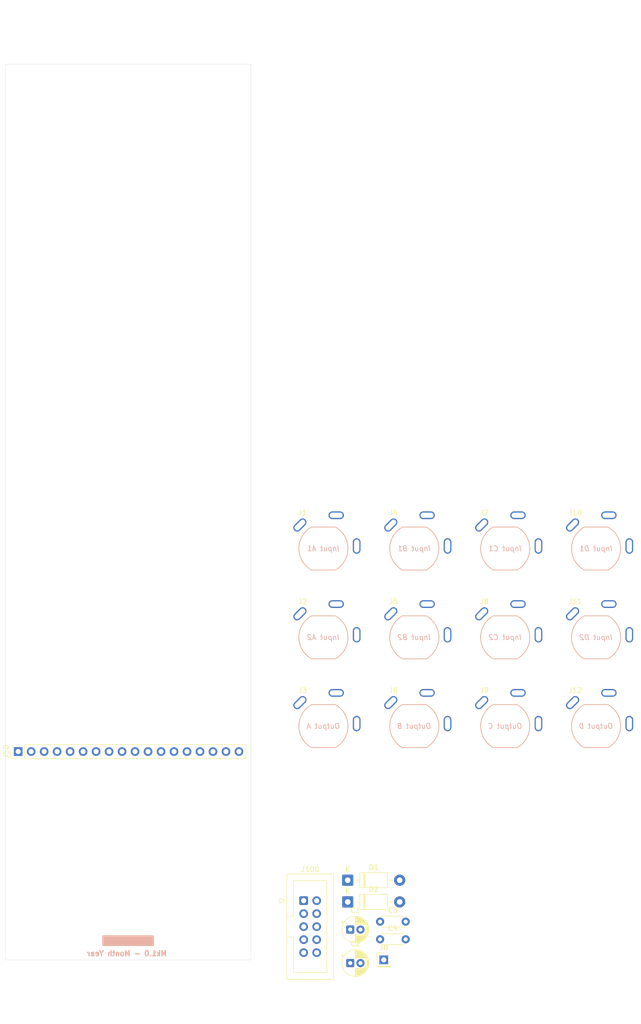
<source format=kicad_pcb>
(kicad_pcb (version 20241229) (generator "pcbnew") (generator_version "9.0")
  (title_block (rev "1") (company "DMH Instruments") (comment 1 "10cm Kosmo format synthesizer module PCB"))
  (layers (0 "F.Cu" signal) (2 "B.Cu" signal) (13 "F.Paste" user) (15 "B.Paste" user) (5 "F.SilkS" user "F.Silkscreen") (7 "B.SilkS" user "B.Silkscreen") (1 "F.Mask" user) (3 "B.Mask" user) (25 "Edge.Cuts" user))
  (net 0 "")
  (net 1 "+12V")
  (net 2 "GND")
  (net 3 "-12V")
  (net 4 "Net-(D1-A)")
  (net 5 "Net-(D2-K)")
  (net 6 "Net-(J50-Pin_2)")
  (net 7 "Net-(J50-Pin_3)")
  (net 10 "Net-(J50-Pin_5)")
  (net 11 "Net-(J50-Pin_4)")
  (net 12 "Net-(J50-Pin_6)")
  (net 13 "Net-(J50-Pin_7)")
  (net 14 "Net-(J50-Pin_8)")
  (net 15 "Net-(J50-Pin_9)")
  (net 16 "Net-(J50-Pin_10)")
  (net 18 "Net-(J50-Pin_11)")
  (net 20 "Net-(J50-Pin_12)")
  (net 21 "Net-(J50-Pin_13)")
  (net 22 "Net-(J50-Pin_14)")
  (net 23 "Net-(J50-Pin_15)")
  (net 24 "Net-(J50-Pin_17)")
  (net 25 "Net-(J50-Pin_16)")
  (footprint "SynthStuff:CUI_MJ-63052A" (layer "F.Cu") (at 166.52 137.13)
    (property "Reference" "J10" (at -4.075 -7 0) (layer "F.SilkS"))
    (property "Value" "TS_Jack_6.35mm_Sw")
    (property "Function" "Input D1" (at 0 0 0) (layer "B.SilkS") (effects (font (thickness 0.15) (italic yes)) (justify mirror)))
    (pad "S" thru_hole oval (at -4.59619 -4.59619 315) (size 1.508 3.016) (drill oval 1 2.5) (layers "*.Cu" "*.Mask") (net 2 "GND"))
    (pad "T" thru_hole oval (at 6.5 -0.5) (size 1.508 3.016) (drill oval 1 2.5) (layers "*.Cu" "*.Mask") (net 22 "Net-(J50-Pin_14)"))
    (pad "TN" thru_hole oval (at 2.5 -6.5) (size 3.016 1.508) (drill oval 2.5 1) (layers "*.Cu" "*.Mask"))
  )
  (footprint "Connector_PinHeader_2.54mm:PinHeader_1x01_P2.54mm_Vertical" (layer "F.Cu") (at 125 217.5)
    (property "Reference" "J0" (at 0 -2.38 0) (layer "F.SilkS"))
    (property "Value" "Conn_01x01")
    (pad "1" thru_hole rect (at 0 0) (size 1.7 1.7) (drill 1) (layers "*.Cu" "*.Mask") (net 2 "GND"))
  )
  (footprint "SynthStuff:CUI_MJ-63052A" (layer "F.Cu") (at 166.52 154.48)
    (property "Reference" "J11" (at -4.075 -7 0) (layer "F.SilkS"))
    (property "Value" "TS_Jack_6.35mm_Sw")
    (property "Function" "Input D2" (at 0 0 0) (layer "B.SilkS") (effects (font (thickness 0.15) (italic yes)) (justify mirror)))
    (pad "S" thru_hole oval (at -4.59619 -4.59619 315) (size 1.508 3.016) (drill oval 1 2.5) (layers "*.Cu" "*.Mask") (net 2 "GND"))
    (pad "T" thru_hole oval (at 6.5 -0.5) (size 1.508 3.016) (drill oval 1 2.5) (layers "*.Cu" "*.Mask") (net 23 "Net-(J50-Pin_15)"))
    (pad "TN" thru_hole oval (at 2.5 -6.5) (size 3.016 1.508) (drill oval 2.5 1) (layers "*.Cu" "*.Mask"))
  )
  (footprint "SynthStuff:CUI_MJ-63052A" (layer "F.Cu") (at 148.745 137.13)
    (property "Reference" "J7" (at -4.075 -7 0) (layer "F.SilkS"))
    (property "Value" "TS_Jack_6.35mm_Sw")
    (property "Function" "Input C1" (at 0 0 0) (layer "B.SilkS") (effects (font (thickness 0.15) (italic yes)) (justify mirror)))
    (pad "S" thru_hole oval (at -4.59619 -4.59619 315) (size 1.508 3.016) (drill oval 1 2.5) (layers "*.Cu" "*.Mask") (net 2 "GND"))
    (pad "T" thru_hole oval (at 6.5 -0.5) (size 1.508 3.016) (drill oval 1 2.5) (layers "*.Cu" "*.Mask") (net 16 "Net-(J50-Pin_10)"))
    (pad "TN" thru_hole oval (at 2.5 -6.5) (size 3.016 1.508) (drill oval 2.5 1) (layers "*.Cu" "*.Mask"))
  )
  (footprint "Diode_THT:D_DO-41_SOD81_P10.16mm_Horizontal" (layer "F.Cu") (at 117.95 206.18)
    (property "Reference" "D2" (at 5.08 -2.47 0) (layer "F.SilkS"))
    (property "Value" "SB140-")
    (fp_text user "K" (at 0 -2.1 0) (layer "F.SilkS"))
    (pad "1" thru_hole roundrect (at 0 0) (size 2.2 2.2) (drill 1.1) (layers "*.Cu" "*.Mask") (roundrect_rratio 0.113636) (net 5 "Net-(D2-K)"))
    (pad "2" thru_hole circle (at 10.16 0) (size 2.2 2.2) (drill 1.1) (layers "*.Cu" "*.Mask") (net 3 "-12V"))
  )
  (footprint "SynthStuff:CUI_MJ-63052A" (layer "F.Cu") (at 130.97 137.13)
    (property "Reference" "J4" (at -4.075 -7 0) (layer "F.SilkS"))
    (property "Value" "TS_Jack_6.35mm_Sw")
    (property "Function" "Input B1" (at 0 0 0) (layer "B.SilkS") (effects (font (thickness 0.15) (italic yes)) (justify mirror)))
    (pad "S" thru_hole oval (at -4.59619 -4.59619 315) (size 1.508 3.016) (drill oval 1 2.5) (layers "*.Cu" "*.Mask") (net 2 "GND"))
    (pad "T" thru_hole oval (at 6.5 -0.5) (size 1.508 3.016) (drill oval 1 2.5) (layers "*.Cu" "*.Mask") (net 12 "Net-(J50-Pin_6)"))
    (pad "TN" thru_hole oval (at 2.5 -6.5) (size 3.016 1.508) (drill oval 2.5 1) (layers "*.Cu" "*.Mask"))
  )
  (footprint "SynthStuff:CUI_MJ-63052A" (layer "F.Cu") (at 113.195 171.83)
    (property "Reference" "J3" (at -4.075 -7 0) (layer "F.SilkS"))
    (property "Value" "TS_Jack_6.35mm_Sw")
    (property "Function" "Output A" (at 0 0 0) (layer "B.SilkS") (effects (font (thickness 0.15) (italic yes)) (justify mirror)))
    (pad "S" thru_hole oval (at -4.59619 -4.59619 315) (size 1.508 3.016) (drill oval 1 2.5) (layers "*.Cu" "*.Mask") (net 2 "GND"))
    (pad "T" thru_hole oval (at 6.5 -0.5) (size 1.508 3.016) (drill oval 1 2.5) (layers "*.Cu" "*.Mask") (net 11 "Net-(J50-Pin_4)"))
    (pad "TN" thru_hole oval (at 2.5 -6.5) (size 3.016 1.508) (drill oval 2.5 1) (layers "*.Cu" "*.Mask") (net 10 "Net-(J50-Pin_5)"))
  )
  (footprint "Capacitor_THT:CP_Radial_D5.0mm_P2.00mm" (layer "F.Cu") (at 118.439775 211.58)
    (property "Reference" "C1" (at 1 -3.75 0) (layer "F.SilkS"))
    (property "Value" "47uF")
    (pad "1" thru_hole roundrect (at 0 0) (size 1.6 1.6) (drill 0.8) (layers "*.Cu" "*.Mask") (roundrect_rratio 0.15625) (net 1 "+12V"))
    (pad "2" thru_hole circle (at 2 0) (size 1.6 1.6) (drill 0.8) (layers "*.Cu" "*.Mask") (net 2 "GND"))
  )
  (footprint "Capacitor_THT:CP_Radial_D5.0mm_P2.00mm" (layer "F.Cu") (at 118.439775 218.13)
    (property "Reference" "C2" (at 1 -3.75 0) (layer "F.SilkS"))
    (property "Value" "47uF")
    (pad "1" thru_hole roundrect (at 0 0) (size 1.6 1.6) (drill 0.8) (layers "*.Cu" "*.Mask") (roundrect_rratio 0.15625) (net 2 "GND"))
    (pad "2" thru_hole circle (at 2 0) (size 1.6 1.6) (drill 0.8) (layers "*.Cu" "*.Mask") (net 3 "-12V"))
  )
  (footprint "SynthStuff:CUI_MJ-63052A" (layer "F.Cu") (at 148.745 154.48)
    (property "Reference" "J8" (at -4.075 -7 0) (layer "F.SilkS"))
    (property "Value" "TS_Jack_6.35mm_Sw")
    (property "Function" "Input C2" (at 0 0 0) (layer "B.SilkS") (effects (font (thickness 0.15) (italic yes)) (justify mirror)))
    (pad "S" thru_hole oval (at -4.59619 -4.59619 315) (size 1.508 3.016) (drill oval 1 2.5) (layers "*.Cu" "*.Mask") (net 2 "GND"))
    (pad "T" thru_hole oval (at 6.5 -0.5) (size 1.508 3.016) (drill oval 1 2.5) (layers "*.Cu" "*.Mask") (net 18 "Net-(J50-Pin_11)"))
    (pad "TN" thru_hole oval (at 2.5 -6.5) (size 3.016 1.508) (drill oval 2.5 1) (layers "*.Cu" "*.Mask"))
  )
  (footprint "Diode_THT:D_DO-41_SOD81_P10.16mm_Horizontal" (layer "F.Cu") (at 117.95 201.93)
    (property "Reference" "D1" (at 5.08 -2.47 0) (layer "F.SilkS"))
    (property "Value" "SB140+")
    (fp_text user "K" (at 0 -2.1 0) (layer "F.SilkS"))
    (pad "1" thru_hole roundrect (at 0 0) (size 2.2 2.2) (drill 1.1) (layers "*.Cu" "*.Mask") (roundrect_rratio 0.113636) (net 1 "+12V"))
    (pad "2" thru_hole circle (at 10.16 0) (size 2.2 2.2) (drill 1.1) (layers "*.Cu" "*.Mask") (net 4 "Net-(D1-A)"))
  )
  (footprint "Capacitor_THT:C_Disc_D4.3mm_W1.9mm_P5.00mm" (layer "F.Cu") (at 124.28 213.48)
    (property "Reference" "C4" (at 2.5 -2.2 0) (layer "F.SilkS"))
    (property "Value" "100nF")
    (pad "1" thru_hole circle (at 0 0) (size 1.6 1.6) (drill 0.8) (layers "*.Cu" "*.Mask") (net 2 "GND"))
    (pad "2" thru_hole circle (at 5 0) (size 1.6 1.6) (drill 0.8) (layers "*.Cu" "*.Mask") (net 3 "-12V"))
  )
  (footprint "SynthStuff:IDC-Header_2x05_P2.54mm_Vertical_Eurorack" (layer "F.Cu") (at 109.335 205.93)
    (property "Reference" "J100" (at 1.27 -6.1 0) (layer "F.SilkS"))
    (property "Value" "IDC_02x05")
    (pad "1a" thru_hole roundrect (at 0 0) (size 1.7 1.7) (drill 1) (layers "*.Cu" "*.Mask") (roundrect_rratio 0.147059) (net 5 "Net-(D2-K)"))
    (pad "1b" thru_hole circle (at 2.54 0) (size 1.7 1.7) (drill 1) (layers "*.Cu" "*.Mask") (net 5 "Net-(D2-K)"))
    (pad "2a" thru_hole circle (at 0 2.54) (size 1.7 1.7) (drill 1) (layers "*.Cu" "*.Mask") (net 2 "GND"))
    (pad "2b" thru_hole circle (at 2.54 2.54) (size 1.7 1.7) (drill 1) (layers "*.Cu" "*.Mask") (net 2 "GND"))
    (pad "3a" thru_hole circle (at 0 5.08) (size 1.7 1.7) (drill 1) (layers "*.Cu" "*.Mask") (net 2 "GND"))
    (pad "3b" thru_hole circle (at 2.54 5.08) (size 1.7 1.7) (drill 1) (layers "*.Cu" "*.Mask") (net 2 "GND"))
    (pad "4a" thru_hole circle (at 0 7.62) (size 1.7 1.7) (drill 1) (layers "*.Cu" "*.Mask") (net 2 "GND"))
    (pad "4b" thru_hole circle (at 2.54 7.62) (size 1.7 1.7) (drill 1) (layers "*.Cu" "*.Mask") (net 2 "GND"))
    (pad "5a" thru_hole circle (at 0 10.16) (size 1.7 1.7) (drill 1) (layers "*.Cu" "*.Mask") (net 4 "Net-(D1-A)"))
    (pad "5b" thru_hole circle (at 2.54 10.16) (size 1.7 1.7) (drill 1) (layers "*.Cu" "*.Mask") (net 4 "Net-(D1-A)"))
  )
  (footprint "SynthStuff:CUI_MJ-63052A" (layer "F.Cu") (at 130.97 154.48)
    (property "Reference" "J5" (at -4.075 -7 0) (layer "F.SilkS"))
    (property "Value" "TS_Jack_6.35mm_Sw")
    (property "Function" "Input B2" (at 0 0 0) (layer "B.SilkS") (effects (font (thickness 0.15) (italic yes)) (justify mirror)))
    (pad "S" thru_hole oval (at -4.59619 -4.59619 315) (size 1.508 3.016) (drill oval 1 2.5) (layers "*.Cu" "*.Mask") (net 2 "GND"))
    (pad "T" thru_hole oval (at 6.5 -0.5) (size 1.508 3.016) (drill oval 1 2.5) (layers "*.Cu" "*.Mask") (net 13 "Net-(J50-Pin_7)"))
    (pad "TN" thru_hole oval (at 2.5 -6.5) (size 3.016 1.508) (drill oval 2.5 1) (layers "*.Cu" "*.Mask"))
  )
  (footprint "SynthStuff:CUI_MJ-63052A" (layer "F.Cu") (at 113.195 137.13)
    (property "Reference" "J1" (at -4.075 -7 0) (layer "F.SilkS"))
    (property "Value" "TS_Jack_6.35mm_Sw")
    (property "Function" "Input A1" (at 0 0 0) (layer "B.SilkS") (effects (font (thickness 0.15) (italic yes)) (justify mirror)))
    (pad "S" thru_hole oval (at -4.59619 -4.59619 315) (size 1.508 3.016) (drill oval 1 2.5) (layers "*.Cu" "*.Mask") (net 2 "GND"))
    (pad "T" thru_hole oval (at 6.5 -0.5) (size 1.508 3.016) (drill oval 1 2.5) (layers "*.Cu" "*.Mask") (net 6 "Net-(J50-Pin_2)"))
    (pad "TN" thru_hole oval (at 2.5 -6.5) (size 3.016 1.508) (drill oval 2.5 1) (layers "*.Cu" "*.Mask"))
  )
  (footprint "Connector_PinHeader_2.54mm:PinHeader_1x18_P2.54mm_Vertical" (layer "F.Cu") (at 53.5 176.8 90)
    (property "Reference" "J50" (at 0 -2.38 90) (layer "F.SilkS"))
    (property "Value" "Conn_01x18")
    (pad "1" thru_hole rect (at 0 0 90) (size 1.7 1.7) (drill 1) (layers "*.Cu" "*.Mask") (net 2 "GND"))
    (pad "2" thru_hole circle (at 0 2.54 90) (size 1.7 1.7) (drill 1) (layers "*.Cu" "*.Mask") (net 6 "Net-(J50-Pin_2)"))
    (pad "3" thru_hole circle (at 0 5.08 90) (size 1.7 1.7) (drill 1) (layers "*.Cu" "*.Mask") (net 7 "Net-(J50-Pin_3)"))
    (pad "4" thru_hole circle (at 0 7.62 90) (size 1.7 1.7) (drill 1) (layers "*.Cu" "*.Mask") (net 11 "Net-(J50-Pin_4)"))
    (pad "5" thru_hole circle (at 0 10.16 90) (size 1.7 1.7) (drill 1) (layers "*.Cu" "*.Mask") (net 10 "Net-(J50-Pin_5)"))
    (pad "6" thru_hole circle (at 0 12.7 90) (size 1.7 1.7) (drill 1) (layers "*.Cu" "*.Mask") (net 12 "Net-(J50-Pin_6)"))
    (pad "7" thru_hole circle (at 0 15.24 90) (size 1.7 1.7) (drill 1) (layers "*.Cu" "*.Mask") (net 13 "Net-(J50-Pin_7)"))
    (pad "8" thru_hole circle (at 0 17.78 90) (size 1.7 1.7) (drill 1) (layers "*.Cu" "*.Mask") (net 14 "Net-(J50-Pin_8)"))
    (pad "9" thru_hole circle (at 0 20.32 90) (size 1.7 1.7) (drill 1) (layers "*.Cu" "*.Mask") (net 15 "Net-(J50-Pin_9)"))
    (pad "10" thru_hole circle (at 0 22.86 90) (size 1.7 1.7) (drill 1) (layers "*.Cu" "*.Mask") (net 16 "Net-(J50-Pin_10)"))
    (pad "11" thru_hole circle (at 0 25.4 90) (size 1.7 1.7) (drill 1) (layers "*.Cu" "*.Mask") (net 18 "Net-(J50-Pin_11)"))
    (pad "12" thru_hole circle (at 0 27.94 90) (size 1.7 1.7) (drill 1) (layers "*.Cu" "*.Mask") (net 20 "Net-(J50-Pin_12)"))
    (pad "13" thru_hole circle (at 0 30.48 90) (size 1.7 1.7) (drill 1) (layers "*.Cu" "*.Mask") (net 21 "Net-(J50-Pin_13)"))
    (pad "14" thru_hole circle (at 0 33.02 90) (size 1.7 1.7) (drill 1) (layers "*.Cu" "*.Mask") (net 22 "Net-(J50-Pin_14)"))
    (pad "15" thru_hole circle (at 0 35.56 90) (size 1.7 1.7) (drill 1) (layers "*.Cu" "*.Mask") (net 23 "Net-(J50-Pin_15)"))
    (pad "16" thru_hole circle (at 0 38.1 90) (size 1.7 1.7) (drill 1) (layers "*.Cu" "*.Mask") (net 25 "Net-(J50-Pin_16)"))
    (pad "17" thru_hole circle (at 0 40.64 90) (size 1.7 1.7) (drill 1) (layers "*.Cu" "*.Mask") (net 24 "Net-(J50-Pin_17)"))
    (pad "18" thru_hole circle (at 0 43.18 90) (size 1.7 1.7) (drill 1) (layers "*.Cu" "*.Mask") (net 2 "GND"))
  )
  (footprint "SynthStuff:CUI_MJ-63052A" (layer "F.Cu") (at 130.97 171.83)
    (property "Reference" "J6" (at -4.075 -7 0) (layer "F.SilkS"))
    (property "Value" "TS_Jack_6.35mm_Sw")
    (property "Function" "Output B" (at 0 0 0) (layer "B.SilkS") (effects (font (thickness 0.15) (italic yes)) (justify mirror)))
    (pad "S" thru_hole oval (at -4.59619 -4.59619 315) (size 1.508 3.016) (drill oval 1 2.5) (layers "*.Cu" "*.Mask") (net 2 "GND"))
    (pad "T" thru_hole oval (at 6.5 -0.5) (size 1.508 3.016) (drill oval 1 2.5) (layers "*.Cu" "*.Mask") (net 14 "Net-(J50-Pin_8)"))
    (pad "TN" thru_hole oval (at 2.5 -6.5) (size 3.016 1.508) (drill oval 2.5 1) (layers "*.Cu" "*.Mask") (net 15 "Net-(J50-Pin_9)"))
  )
  (footprint "SynthStuff:CUI_MJ-63052A" (layer "F.Cu") (at 113.195 154.48)
    (property "Reference" "J2" (at -4.075 -7 0) (layer "F.SilkS"))
    (property "Value" "TS_Jack_6.35mm_Sw")
    (property "Function" "Input A2" (at 0 0 0) (layer "B.SilkS") (effects (font (thickness 0.15) (italic yes)) (justify mirror)))
    (pad "S" thru_hole oval (at -4.59619 -4.59619 315) (size 1.508 3.016) (drill oval 1 2.5) (layers "*.Cu" "*.Mask") (net 2 "GND"))
    (pad "T" thru_hole oval (at 6.5 -0.5) (size 1.508 3.016) (drill oval 1 2.5) (layers "*.Cu" "*.Mask") (net 7 "Net-(J50-Pin_3)"))
    (pad "TN" thru_hole oval (at 2.5 -6.5) (size 3.016 1.508) (drill oval 2.5 1) (layers "*.Cu" "*.Mask"))
  )
  (footprint "SynthStuff:CUI_MJ-63052A" (layer "F.Cu") (at 148.745 171.83)
    (property "Reference" "J9" (at -4.075 -7 0) (layer "F.SilkS"))
    (property "Value" "TS_Jack_6.35mm_Sw")
    (property "Function" "Output C" (at 0 0 0) (layer "B.SilkS") (effects (font (thickness 0.15) (italic yes)) (justify mirror)))
    (pad "S" thru_hole oval (at -4.59619 -4.59619 315) (size 1.508 3.016) (drill oval 1 2.5) (layers "*.Cu" "*.Mask") (net 2 "GND"))
    (pad "T" thru_hole oval (at 6.5 -0.5) (size 1.508 3.016) (drill oval 1 2.5) (layers "*.Cu" "*.Mask") (net 20 "Net-(J50-Pin_12)"))
    (pad "TN" thru_hole oval (at 2.5 -6.5) (size 3.016 1.508) (drill oval 2.5 1) (layers "*.Cu" "*.Mask") (net 21 "Net-(J50-Pin_13)"))
  )
  (footprint "SynthStuff:CUI_MJ-63052A" (layer "F.Cu") (at 166.52 171.83)
    (property "Reference" "J12" (at -4.075 -7 0) (layer "F.SilkS"))
    (property "Value" "TS_Jack_6.35mm_Sw")
    (property "Function" "Output D" (at 0 0 0) (layer "B.SilkS") (effects (font (thickness 0.15) (italic yes)) (justify mirror)))
    (pad "S" thru_hole oval (at -4.59619 -4.59619 315) (size 1.508 3.016) (drill oval 1 2.5) (layers "*.Cu" "*.Mask") (net 2 "GND"))
    (pad "T" thru_hole oval (at 6.5 -0.5) (size 1.508 3.016) (drill oval 1 2.5) (layers "*.Cu" "*.Mask") (net 25 "Net-(J50-Pin_16)"))
    (pad "TN" thru_hole oval (at 2.5 -6.5) (size 3.016 1.508) (drill oval 2.5 1) (layers "*.Cu" "*.Mask") (net 24 "Net-(J50-Pin_17)"))
  )
  (footprint "Capacitor_THT:C_Disc_D4.3mm_W1.9mm_P5.00mm" (layer "F.Cu") (at 124.28 210.03)
    (property "Reference" "C3" (at 2.5 -2.2 0) (layer "F.SilkS"))
    (property "Value" "100nF")
    (pad "1" thru_hole circle (at 0 0) (size 1.6 1.6) (drill 0.8) (layers "*.Cu" "*.Mask") (net 1 "+12V"))
    (pad "2" thru_hole circle (at 5 0) (size 1.6 1.6) (drill 0.8) (layers "*.Cu" "*.Mask") (net 2 "GND"))
  )
  (gr_rect (start 70 212.75) (end 80 214.75) (stroke (width 0.1)) (fill yes) (layer "B.SilkS"))
  (gr_rect (start 51 42.5) (end 99 217.5) (stroke (width 0.05)) (fill no) (layer "Edge.Cuts"))
  (gr_text "Mk1.0 - Month Year" (at 74.75 216.25 0) (layer "B.SilkS") (effects (font (size 1 1) (thickness 0.25) (bold yes)) (justify mirror)))
)
</source>
